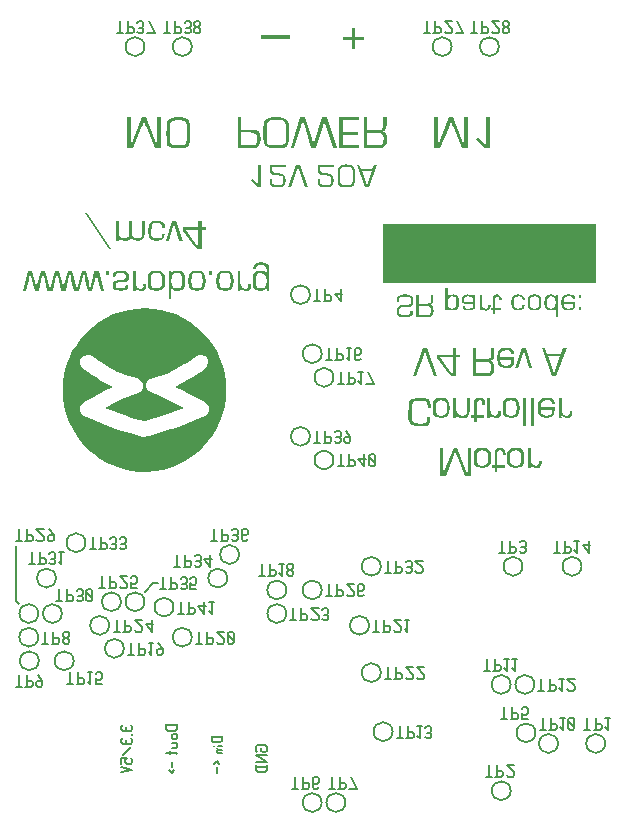
<source format=gbr>
G04 start of page 12 for group -4078 idx -4078 *
G04 Title: (unknown), bottomsilk *
G04 Creator: pcb 1.99z *
G04 CreationDate: Mon 27 May 2013 22:28:21 GMT UTC *
G04 For: rbarlow *
G04 Format: Gerber/RS-274X *
G04 PCB-Dimensions (mm): 70.00 90.00 *
G04 PCB-Coordinate-Origin: lower left *
%MOMM*%
%FSLAX43Y43*%
%LNBOTTOMSILK*%
%ADD177C,0.150*%
%ADD176C,0.200*%
%ADD175C,0.002*%
G54D175*G36*
X31659Y77622D02*Y77947D01*
X34085D01*
Y77622D01*
X31659D01*
G37*
G36*
X39389Y78603D02*X39653D01*
Y77831D01*
X40414D01*
Y77583D01*
X39653D01*
Y76811D01*
X39389D01*
Y77583D01*
X38622D01*
Y77831D01*
X39389D01*
Y78603D01*
G37*
G36*
X41096Y66603D02*X41245Y67000D01*
X41465D01*
X40765Y65120D01*
X40622D01*
Y65306D01*
X41035Y66443D01*
X40622D01*
Y66603D01*
X41096D01*
G37*
G36*
X40622Y65120D02*X40468D01*
X39778Y67000D01*
X39999D01*
X40148Y66603D01*
X40622D01*
Y66443D01*
X40208D01*
X40616Y65291D01*
X40622Y65306D01*
Y65120D01*
G37*
G36*
X38897Y65098D02*Y65280D01*
X39211Y65306D01*
X39360Y65385D01*
X39412Y65602D01*
X39431Y66057D01*
X39426Y66316D01*
X39412Y66517D01*
X39390Y66658D01*
X39360Y66740D01*
X39211Y66815D01*
X38897Y66840D01*
Y67022D01*
X39125Y67011D01*
X39307Y66977D01*
X39442Y66922D01*
X39531Y66845D01*
X39574Y66744D01*
X39608Y66579D01*
X39628Y66349D01*
X39635Y66057D01*
X39627Y65751D01*
X39606Y65514D01*
X39572Y65343D01*
X39525Y65241D01*
X39445Y65178D01*
X39314Y65134D01*
X39131Y65106D01*
X38897Y65098D01*
G37*
G36*
Y65098D02*X38483Y65132D01*
X38268Y65236D01*
X38219Y65334D01*
X38184Y65493D01*
X38164Y65712D01*
X38158Y65991D01*
X38164Y66312D01*
X38183Y66563D01*
X38216Y66740D01*
X38263Y66845D01*
X38351Y66922D01*
X38486Y66977D01*
X38668Y67011D01*
X38897Y67022D01*
Y66840D01*
X38580Y66815D01*
X38428Y66740D01*
X38378Y66517D01*
X38362Y66057D01*
X38378Y65602D01*
X38428Y65385D01*
X38580Y65306D01*
X38897Y65280D01*
Y65098D01*
G37*
G36*
X37811Y66818D02*X36664D01*
Y66757D01*
X36681Y66519D01*
X36730Y66399D01*
X36872Y66341D01*
X37160Y66300D01*
X37495Y66239D01*
X37689Y66145D01*
X37783Y65974D01*
X37816Y65693D01*
X37783Y65398D01*
X37684Y65219D01*
X37490Y65128D01*
X37171Y65098D01*
X36812Y65127D01*
X36598Y65214D01*
X36493Y65380D01*
X36460Y65660D01*
X36455Y65759D01*
X36664D01*
Y65616D01*
X36685Y65437D01*
X36752Y65340D01*
X36901Y65295D01*
X37177Y65280D01*
X37402Y65298D01*
X37530Y65351D01*
X37592Y65466D01*
X37612Y65666D01*
X37593Y65889D01*
X37540Y66007D01*
X37399Y66067D01*
X37122Y66112D01*
X36765Y66173D01*
X36570Y66256D01*
X36484Y66400D01*
X36455Y66647D01*
Y67000D01*
X37811D01*
Y66818D01*
G37*
G36*
X35380Y65120D02*X34889Y66542D01*
X34795Y66829D01*
X34790D01*
X34746Y66685D01*
X34696Y66536D01*
X34195Y65120D01*
X33963D01*
X34641Y67000D01*
X34944D01*
X35606Y65120D01*
X35380D01*
G37*
G36*
X33759Y66818D02*X32613D01*
Y66757D01*
X32629Y66519D01*
X32679Y66399D01*
X32821Y66341D01*
X33109Y66300D01*
X33444Y66239D01*
X33638Y66145D01*
X33732Y65974D01*
X33765Y65693D01*
X33732Y65398D01*
X33632Y65219D01*
X33438Y65128D01*
X33120Y65098D01*
X32760Y65127D01*
X32547Y65214D01*
X32442Y65380D01*
X32409Y65660D01*
X32403Y65759D01*
X32613D01*
Y65616D01*
X32633Y65437D01*
X32701Y65340D01*
X32850Y65295D01*
X33125Y65280D01*
X33350Y65298D01*
X33478Y65351D01*
X33540Y65466D01*
X33561Y65666D01*
X33542Y65889D01*
X33489Y66007D01*
X33347Y66067D01*
X33070Y66112D01*
X32713Y66173D01*
X32519Y66256D01*
X32432Y66400D01*
X32403Y66647D01*
Y67000D01*
X33759D01*
Y66818D01*
G37*
G36*
X38569Y68657D02*X39936D01*
Y68415D01*
X38277D01*
Y71000D01*
X39936D01*
Y70752D01*
X38569D01*
Y69787D01*
X39881D01*
Y69539D01*
X38569D01*
Y68657D01*
G37*
G36*
X38060Y68415D02*X37752D01*
X37184Y70267D01*
X37029Y70774D01*
X37024D01*
X36991Y70653D01*
X36958Y70526D01*
X36881Y70278D01*
X36335Y68415D01*
X35905D01*
X35354Y70272D01*
X35282Y70526D01*
X35243Y70647D01*
X35210Y70774D01*
X35205D01*
X35166Y70647D01*
X35128Y70526D01*
X35050Y70272D01*
X34494Y68415D01*
X34196D01*
X34990Y71000D01*
X35425D01*
X35982Y69142D01*
X36048Y68905D01*
X36114Y68674D01*
X36120D01*
X36153Y68790D01*
X36186Y68905D01*
X36258Y69137D01*
X36798Y71000D01*
X37244D01*
X38060Y68415D01*
G37*
G36*
X32957Y68387D02*X32957Y68387D01*
Y68635D01*
X32957Y68635D01*
X33393Y68664D01*
X33635Y68751D01*
X33741Y68944D01*
X33778Y69291D01*
Y69705D01*
X33772Y70066D01*
X33751Y70343D01*
X33718Y70537D01*
X33674Y70647D01*
X33591Y70705D01*
X33444Y70746D01*
X33233Y70771D01*
X32957Y70780D01*
X32957Y70779D01*
Y71027D01*
X32957Y71027D01*
X33295Y71014D01*
X33562Y70974D01*
X33758Y70906D01*
X33883Y70813D01*
X33959Y70658D01*
X34014Y70417D01*
X34047Y70088D01*
X34060Y69672D01*
X34047Y69284D01*
X34011Y68977D01*
X33954Y68750D01*
X33872Y68602D01*
X33746Y68507D01*
X33551Y68441D01*
X33288Y68400D01*
X32957Y68387D01*
G37*
G36*
X32957Y68387D02*X32665Y68398D01*
X32423Y68434D01*
X32232Y68492D01*
X32092Y68575D01*
X31990Y68689D01*
X31918Y68845D01*
X31874Y69042D01*
X31860Y69280D01*
X31855Y69523D01*
Y69705D01*
X31864Y70108D01*
X31898Y70428D01*
X31953Y70662D01*
X32031Y70813D01*
X32157Y70906D01*
X32353Y70974D01*
X32620Y71014D01*
X32957Y71027D01*
Y70779D01*
X32682Y70771D01*
X32471Y70746D01*
X32323Y70705D01*
X32241Y70647D01*
X32194Y70537D01*
X32161Y70343D01*
X32142Y70066D01*
X32136Y69705D01*
X32142Y69346D01*
X32161Y69072D01*
X32194Y68881D01*
X32241Y68773D01*
X32323Y68712D01*
X32471Y68670D01*
X32682Y68644D01*
X32957Y68635D01*
Y68387D01*
G37*
G36*
X30660Y69980D02*X30836D01*
X31219Y69940D01*
X31459Y69820D01*
X31583Y69586D01*
X31625Y69214D01*
X31583Y68826D01*
X31465Y68586D01*
X31235Y68458D01*
X30869Y68415D01*
X30660D01*
Y68657D01*
X30759D01*
X30869Y68663D01*
X31120Y68688D01*
X31261Y68762D01*
X31323Y68930D01*
X31344Y69236D01*
X31312Y69498D01*
X31222Y69644D01*
X31021Y69710D01*
X30665Y69732D01*
X30660D01*
Y69980D01*
G37*
G36*
X29684Y71000D02*X29977D01*
Y69980D01*
X30660D01*
Y69732D01*
X29977D01*
Y68657D01*
X30660D01*
Y68415D01*
X29684D01*
Y71000D01*
G37*
G36*
X24673Y68387D02*X24672Y68387D01*
Y68635D01*
X24673Y68635D01*
X24916Y68644D01*
X25104Y68671D01*
X25236Y68715D01*
X25312Y68778D01*
X25352Y68888D01*
X25381Y69079D01*
X25399Y69350D01*
X25406Y69705D01*
X25399Y70060D01*
X25381Y70336D01*
X25352Y70529D01*
X25312Y70642D01*
X25236Y70701D01*
X25104Y70745D01*
X24916Y70770D01*
X24673Y70780D01*
X24672Y70779D01*
Y71027D01*
X24673Y71027D01*
X24987Y71012D01*
X25236Y70967D01*
X25422Y70891D01*
X25543Y70785D01*
X25606Y70647D01*
X25650Y70421D01*
X25677Y70107D01*
X25687Y69705D01*
X25677Y69284D01*
X25650Y68958D01*
X25603Y68722D01*
X25538Y68580D01*
X25428Y68495D01*
X25246Y68435D01*
X24994Y68398D01*
X24673Y68387D01*
G37*
G36*
X24672Y68387D02*X24353Y68398D01*
X24103Y68434D01*
X23923Y68492D01*
X23812Y68575D01*
X23744Y68710D01*
X23695Y68927D01*
X23666Y69228D01*
X23658Y69611D01*
X23666Y70055D01*
X23691Y70398D01*
X23735Y70642D01*
X23796Y70785D01*
X23919Y70891D01*
X24106Y70967D01*
X24357Y71012D01*
X24672Y71027D01*
Y70779D01*
X24427Y70770D01*
X24238Y70745D01*
X24107Y70701D01*
X24033Y70642D01*
X23990Y70529D01*
X23961Y70336D01*
X23945Y70060D01*
X23939Y69705D01*
X23945Y69350D01*
X23961Y69079D01*
X23990Y68888D01*
X24033Y68778D01*
X24107Y68715D01*
X24238Y68671D01*
X24427Y68644D01*
X24672Y68635D01*
Y68387D01*
G37*
G36*
X23181Y68415D02*X22663D01*
X21980Y70090D01*
X21870Y70355D01*
X21814Y70493D01*
X21765Y70625D01*
X21754D01*
X21704Y70493D01*
X21649Y70355D01*
X21539Y70085D01*
X20844Y68415D01*
X20343D01*
Y71000D01*
X20635D01*
Y68790D01*
X20629Y68718D01*
Y68646D01*
X20635D01*
X20657Y68707D01*
X20684Y68768D01*
X20734Y68883D01*
X21616Y71000D01*
X21908D01*
X22790Y68861D01*
X22840Y68740D01*
X22862Y68680D01*
X22884Y68619D01*
X22889D01*
Y71000D01*
X23181D01*
Y68415D01*
G37*
G36*
X31637Y65120D02*X31328D01*
X30810Y65682D01*
X30943Y65809D01*
X31422Y65274D01*
Y67000D01*
X31637D01*
Y65120D01*
G37*
G36*
X23298Y61638D02*X23278Y61862D01*
X23222Y61985D01*
X23097Y62039D01*
X22874Y62057D01*
X22607Y62029D01*
X22461Y61946D01*
X22393Y61757D01*
X22373Y61423D01*
X22390Y61078D01*
X22450Y60882D01*
X22574Y60792D01*
X22797Y60761D01*
X23030Y60778D01*
X23172Y60827D01*
X23246Y60921D01*
X23271Y61081D01*
Y61125D01*
X23514D01*
X23476Y60852D01*
X23365Y60684D01*
X23154Y60593D01*
X22819Y60563D01*
X22474Y60607D01*
X22262Y60739D01*
X22153Y60990D01*
X22119Y61401D01*
X22153Y61835D01*
X22262Y62090D01*
X22478Y62214D01*
X22847Y62255D01*
X23150Y62222D01*
X23368Y62123D01*
X23497Y61957D01*
X23541Y61726D01*
Y61638D01*
X23298D01*
G37*
G36*
X19366Y60585D02*Y62233D01*
X19608D01*
Y61296D01*
X19639Y61062D01*
X19732Y60895D01*
X19886Y60794D01*
X20104Y60761D01*
X20263Y60780D01*
X20377Y60841D01*
X20445Y60940D01*
X20468Y61081D01*
Y62233D01*
X20711D01*
Y61279D01*
X20735Y61026D01*
X20810Y60872D01*
X20959Y60789D01*
X21201Y60761D01*
X21380Y60780D01*
X21493Y60838D01*
X21550Y60951D01*
X21570Y61136D01*
Y62233D01*
X21813D01*
Y61158D01*
X21776Y60898D01*
X21666Y60712D01*
X21484Y60600D01*
X21229Y60563D01*
X20879Y60632D01*
X20661Y60838D01*
X20656D01*
X20589Y60717D01*
X20483Y60632D01*
X20336Y60579D01*
X20148Y60563D01*
X19814Y60632D01*
X19608Y60838D01*
X19603Y60833D01*
X19608Y60585D01*
X19366D01*
G37*
G36*
X18995Y59879D02*X18802D01*
X16730Y62938D01*
X16928D01*
X18995Y59879D01*
G37*
G36*
X22800Y56330D02*X22800Y56330D01*
Y56528D01*
X22800Y56528D01*
X23057Y56554D01*
X23197Y56632D01*
X23253Y56821D01*
X23274Y57178D01*
X23253Y57531D01*
X23197Y57719D01*
X23057Y57797D01*
X22800Y57823D01*
X22800Y57823D01*
Y58022D01*
X22800Y58022D01*
X23174Y57983D01*
X23390Y57867D01*
X23492Y57615D01*
X23527Y57178D01*
X23492Y56739D01*
X23390Y56489D01*
X23174Y56369D01*
X22800Y56330D01*
G37*
G36*
X22800Y56330D02*X22421Y56369D01*
X22204Y56489D01*
X22105Y56739D01*
X22072Y57178D01*
X22105Y57615D01*
X22204Y57867D01*
X22421Y57983D01*
X22800Y58022D01*
Y57823D01*
X22539Y57797D01*
X22403Y57719D01*
X22344Y57531D01*
X22326Y57178D01*
X22344Y56821D01*
X22403Y56632D01*
X22539Y56554D01*
X22800Y56528D01*
Y56330D01*
G37*
G36*
X20439Y56781D02*Y56721D01*
X20398Y56548D01*
X20274Y56427D01*
X20070Y56353D01*
X19783Y56330D01*
X19442Y56353D01*
X19238Y56423D01*
X19138Y56560D01*
X19105Y56792D01*
X19147Y57035D01*
X19276Y57178D01*
X19541Y57244D01*
X19998Y57266D01*
X20174Y57332D01*
X20235Y57531D01*
X20210Y57678D01*
X20142Y57768D01*
X19995Y57810D01*
X19750Y57823D01*
X19546Y57810D01*
X19425Y57768D01*
X19363Y57687D01*
X19342Y57553D01*
X19337Y57476D01*
X19089D01*
Y57564D01*
X19126Y57787D01*
X19238Y57928D01*
X19452Y57998D01*
X19794Y58022D01*
X20129Y57997D01*
X20340Y57922D01*
X20452Y57775D01*
X20489Y57542D01*
X20460Y57345D01*
X20377Y57202D01*
X20236Y57111D01*
X20042Y57073D01*
X19794Y57057D01*
X19601Y57046D01*
X19415Y56974D01*
X19353Y56781D01*
X19370Y56646D01*
X19425Y56572D01*
X19548Y56539D01*
X19767Y56528D01*
X20001Y56539D01*
X20125Y56572D01*
X20177Y56644D01*
X20197Y56781D01*
X20439D01*
G37*
G36*
X18769Y57680D02*X18499D01*
Y58000D01*
X18769D01*
Y57680D01*
G37*
G36*
X20795Y56352D02*Y58000D01*
X21037D01*
Y57013D01*
X21062Y56795D01*
X21136Y56641D01*
X21263Y56547D01*
X21440Y56517D01*
X21645Y56580D01*
X21715Y56770D01*
X21710Y56853D01*
X21704Y56897D01*
X21941D01*
Y56781D01*
X21912Y56576D01*
X21827Y56430D01*
X21686Y56342D01*
X21489Y56313D01*
X21204Y56372D01*
X21015Y56550D01*
X21010Y56544D01*
X21037Y56352D01*
X20795D01*
G37*
G36*
X18373D02*X18114D01*
X17883Y57266D01*
X17811Y57548D01*
X17745Y57834D01*
X17740D01*
X17706Y57691D01*
X17673Y57553D01*
X17602Y57266D01*
X17381Y56352D01*
X17028D01*
X16802Y57266D01*
X16731Y57548D01*
X16665Y57834D01*
X16659D01*
X16626Y57691D01*
X16588Y57548D01*
X16516Y57266D01*
X16284Y56352D01*
X15846D01*
X15615Y57266D01*
X15543Y57548D01*
X15477Y57834D01*
X15471D01*
X15438Y57691D01*
X15405Y57553D01*
X15334Y57266D01*
X15113Y56352D01*
X14760D01*
X14534Y57266D01*
X14462Y57548D01*
X14396Y57834D01*
X14391D01*
X14358Y57691D01*
X14319Y57548D01*
X14248Y57266D01*
X14016Y56352D01*
X13578D01*
X13346Y57266D01*
X13275Y57548D01*
X13208Y57834D01*
X13203D01*
X13170Y57691D01*
X13137Y57553D01*
X13065Y57266D01*
X12845Y56352D01*
X12492D01*
X12266Y57266D01*
X12194Y57548D01*
X12128Y57834D01*
X12123D01*
X12090Y57691D01*
X12051Y57548D01*
X11979Y57266D01*
X11748Y56352D01*
X11494D01*
X11941Y58000D01*
X12305D01*
X12531Y57085D01*
X12597Y56803D01*
X12663Y56528D01*
X12668D01*
X12702Y56666D01*
X12729Y56803D01*
X12795Y57085D01*
X13016Y58000D01*
X13374D01*
X13799Y56486D01*
X14209Y58000D01*
X14573D01*
X14799Y57085D01*
X14865Y56803D01*
X14931Y56528D01*
X14937D01*
X14970Y56666D01*
X14997Y56803D01*
X15064Y57085D01*
X15284Y58000D01*
X15642D01*
X16067Y56486D01*
X16477Y58000D01*
X16841D01*
X17067Y57085D01*
X17133Y56803D01*
X17199Y56528D01*
X17205D01*
X17238Y56666D01*
X17265Y56803D01*
X17332Y57085D01*
X17552Y58000D01*
X17910D01*
X18373Y56352D01*
G37*
G36*
X22000Y41000D02*X21808Y41004D01*
Y43984D01*
X21893D01*
X21965Y44002D01*
X22000D01*
X22089Y44037D01*
X22251Y44073D01*
X22465Y44126D01*
X23012Y44288D01*
X23697Y44502D01*
X24466Y44751D01*
X25280Y45040D01*
X26103Y45369D01*
X26895Y45734D01*
X27043Y45827D01*
X27160Y45958D01*
X27238Y46115D01*
X27273Y46289D01*
X27255Y46463D01*
X27192Y46627D01*
X27087Y46769D01*
X26949Y46877D01*
X26253Y47273D01*
X25606Y47619D01*
X24989Y47929D01*
X24394Y48217D01*
X25007Y48513D01*
X25572Y48824D01*
X25865Y49004D01*
X26132Y49176D01*
X26370Y49336D01*
X26573Y49479D01*
X26740Y49599D01*
X26862Y49691D01*
X26939Y49749D01*
X26967Y49771D01*
X27130Y49963D01*
X27207Y50205D01*
X27192Y50459D01*
X27081Y50686D01*
X26883Y50843D01*
X26638Y50912D01*
X26385Y50890D01*
X26162Y50772D01*
X26137Y50752D01*
X26070Y50702D01*
X25961Y50622D01*
X25814Y50517D01*
X25632Y50390D01*
X25418Y50248D01*
X25177Y50094D01*
X24912Y49932D01*
X24325Y49604D01*
X23701Y49308D01*
X23078Y49078D01*
X22501Y48950D01*
X22302Y48884D01*
X22134Y48757D01*
X22014Y48586D01*
X21955Y48388D01*
X21966Y48180D01*
X22044Y47985D01*
X22178Y47826D01*
X22357Y47717D01*
X23081Y47428D01*
X23764Y47117D01*
X24430Y46778D01*
X25108Y46413D01*
X24183Y46048D01*
X23304Y45734D01*
X22650Y45530D01*
X22124Y45377D01*
X21922Y45316D01*
X21808Y45282D01*
Y54862D01*
X22481Y54826D01*
X23154Y54724D01*
X23812Y54557D01*
X24452Y54327D01*
X25066Y54038D01*
X25651Y53689D01*
X26198Y53287D01*
X26704Y52832D01*
X27158Y52326D01*
X27562Y51779D01*
X27910Y51195D01*
X28200Y50580D01*
X28430Y49939D01*
X28597Y49281D01*
X28699Y48610D01*
X28735Y47932D01*
X28702Y47263D01*
X28603Y46603D01*
X28443Y45956D01*
X28221Y45324D01*
X27941Y44718D01*
X27605Y44141D01*
X27215Y43599D01*
X26775Y43097D01*
X26286Y42641D01*
X25754Y42236D01*
X25188Y41885D01*
X24590Y41587D01*
X23965Y41348D01*
X23323Y41168D01*
X22666Y41051D01*
X22000Y41000D01*
G37*
G36*
X21808Y41004D02*X21307Y41015D01*
X20621Y41102D01*
X19946Y41255D01*
X19288Y41476D01*
X18656Y41758D01*
X18055Y42101D01*
X17490Y42501D01*
X16970Y42958D01*
X16499Y43465D01*
X16083Y44018D01*
X15723Y44611D01*
X15423Y45235D01*
X15186Y45885D01*
X15012Y46555D01*
X14906Y47240D01*
X14872Y47932D01*
X14906Y48610D01*
X15008Y49281D01*
X15175Y49939D01*
X15405Y50580D01*
X15696Y51195D01*
X16043Y51779D01*
X16447Y52326D01*
X16903Y52832D01*
X17407Y53287D01*
X17954Y53689D01*
X18539Y54038D01*
X19153Y54327D01*
X19793Y54557D01*
X20452Y54724D01*
X21124Y54826D01*
X21803Y54862D01*
X21808Y54862D01*
Y45282D01*
X21768Y45269D01*
X21635Y45308D01*
X21464Y45359D01*
X20939Y45510D01*
X20285Y45716D01*
X19406Y46038D01*
X18481Y46413D01*
X19174Y46790D01*
X19851Y47131D01*
X20530Y47428D01*
X21232Y47681D01*
X21423Y47777D01*
X21572Y47933D01*
X21664Y48127D01*
X21689Y48342D01*
X21634Y48549D01*
X21514Y48728D01*
X21344Y48862D01*
X21142Y48932D01*
X20814Y49001D01*
X20483Y49096D01*
X20154Y49212D01*
X19827Y49344D01*
X19509Y49490D01*
X19199Y49644D01*
X18904Y49803D01*
X18626Y49963D01*
X18368Y50119D01*
X18132Y50268D01*
X17926Y50404D01*
X17748Y50525D01*
X17604Y50627D01*
X17497Y50704D01*
X17431Y50754D01*
X17409Y50772D01*
X17184Y50890D01*
X16932Y50912D01*
X16687Y50843D01*
X16490Y50686D01*
X16378Y50459D01*
X16363Y50205D01*
X16440Y49963D01*
X16606Y49771D01*
X16655Y49730D01*
X16798Y49618D01*
X17027Y49449D01*
X17333Y49235D01*
X17708Y48993D01*
X18142Y48732D01*
X18628Y48469D01*
X19159Y48217D01*
X18570Y47927D01*
X17968Y47615D01*
X17334Y47266D01*
X16658Y46877D01*
X16524Y46770D01*
X16424Y46632D01*
X16360Y46474D01*
X16344Y46304D01*
X16371Y46135D01*
X16444Y45980D01*
X16553Y45848D01*
X16694Y45752D01*
X17485Y45382D01*
X18309Y45043D01*
X19124Y44742D01*
X19892Y44484D01*
X20574Y44277D01*
X21124Y44126D01*
X21335Y44064D01*
X21500Y44019D01*
X21624Y43984D01*
X21808D01*
Y41004D01*
G37*
G36*
X26632Y59879D02*X26219D01*
X25819Y60392D01*
Y60755D01*
X26362Y60050D01*
X26368D01*
Y61467D01*
X25819D01*
Y61693D01*
X26368D01*
Y62233D01*
X26632D01*
Y61693D01*
X26985D01*
Y61467D01*
X26632D01*
Y59879D01*
G37*
G36*
X25819Y60392D02*X25050Y61378D01*
Y61693D01*
X25819D01*
Y61467D01*
X25270D01*
X25819Y60755D01*
Y60392D01*
G37*
G36*
X25027Y60585D02*X24757D01*
X24476Y61483D01*
X24387Y61764D01*
X24349Y61908D01*
X24304Y62046D01*
X24299D01*
X24255Y61902D01*
X24211Y61764D01*
X24123Y61483D01*
X23831Y60585D01*
X23582D01*
X24128Y62233D01*
X24476D01*
X25027Y60585D01*
G37*
G36*
X27546Y57680D02*X27276D01*
Y58000D01*
X27546D01*
Y57680D01*
G37*
G36*
X29679Y56352D02*Y58000D01*
X29922D01*
Y57013D01*
X29946Y56795D01*
X30021Y56641D01*
X30148Y56547D01*
X30324Y56517D01*
X30529Y56580D01*
X30599Y56770D01*
X30594Y56853D01*
X30588Y56897D01*
X30825D01*
Y56781D01*
X30796Y56576D01*
X30711Y56430D01*
X30570Y56342D01*
X30373Y56313D01*
X30088Y56372D01*
X29899Y56550D01*
X29894Y56544D01*
X29922Y56352D01*
X29679D01*
G37*
G36*
X24542Y58014D02*X24586Y58022D01*
X24905Y57977D01*
X25109Y57845D01*
X25221Y57592D01*
X25258Y57195D01*
X25222Y56780D01*
X25120Y56517D01*
X24924Y56376D01*
X24619Y56330D01*
X24542Y56335D01*
Y56530D01*
X24558Y56528D01*
X24784Y56560D01*
X24916Y56655D01*
X24981Y56848D01*
X25005Y57184D01*
X24981Y57509D01*
X24916Y57702D01*
X24788Y57793D01*
X24569Y57823D01*
X24542Y57820D01*
Y58014D01*
G37*
G36*
X23831Y58000D02*X24073D01*
X24062Y57796D01*
X24068D01*
X24262Y57965D01*
X24542Y58014D01*
Y57820D01*
X24310Y57793D01*
X24167Y57702D01*
X24099Y57499D01*
X24078Y57134D01*
X24101Y56831D01*
X24172Y56649D01*
X24317Y56558D01*
X24542Y56530D01*
Y56335D01*
X24412Y56343D01*
X24254Y56389D01*
X24142Y56463D01*
X24078Y56566D01*
X24073Y56561D01*
Y55646D01*
X23831D01*
Y58000D01*
G37*
G36*
X32378Y56352D02*X32142D01*
X32152Y56577D01*
X32147D01*
X31950Y56391D01*
X31670Y56339D01*
Y56529D01*
X31898Y56558D01*
X32037Y56649D01*
X32106Y56828D01*
X32130Y57134D01*
X32106Y57486D01*
X32037Y57691D01*
X31898Y57790D01*
X31670Y57822D01*
Y58016D01*
X31796Y58006D01*
X31953Y57965D01*
X32066Y57895D01*
X32136Y57796D01*
X32142D01*
Y58126D01*
X32117Y58327D01*
X32042Y58452D01*
X31902Y58514D01*
X31673Y58534D01*
X31670Y58534D01*
Y58731D01*
X32004Y58697D01*
X32224Y58595D01*
X32339Y58405D01*
X32378Y58104D01*
Y56352D01*
G37*
G36*
X31670Y58534D02*X31454Y58518D01*
X31331Y58468D01*
X31272Y58368D01*
X31254Y58192D01*
X31023D01*
X31056Y58454D01*
X31155Y58617D01*
X31345Y58704D01*
X31656Y58733D01*
X31670Y58731D01*
Y58534D01*
G37*
G36*
Y56339D02*X31618Y56330D01*
X31295Y56375D01*
X31094Y56511D01*
X30989Y56770D01*
X30956Y57184D01*
X30989Y57589D01*
X31094Y57845D01*
X31287Y57977D01*
X31596Y58022D01*
X31670Y58016D01*
Y57822D01*
X31662Y57823D01*
X31428Y57793D01*
X31293Y57702D01*
X31231Y57509D01*
X31210Y57173D01*
X31231Y56841D01*
X31293Y56649D01*
X31428Y56558D01*
X31662Y56528D01*
X31670Y56529D01*
Y56339D01*
G37*
G36*
X28620Y56329D02*Y56528D01*
X28878Y56554D01*
X29018Y56632D01*
X29074Y56821D01*
X29094Y57178D01*
X29074Y57531D01*
X29018Y57719D01*
X28878Y57797D01*
X28620Y57823D01*
Y58022D01*
X28995Y57983D01*
X29210Y57867D01*
X29312Y57615D01*
X29348Y57178D01*
X29312Y56739D01*
X29210Y56489D01*
X28995Y56369D01*
X28620Y56329D01*
G37*
G36*
Y56330D02*X28242Y56369D01*
X28025Y56489D01*
X27926Y56739D01*
X27893Y57178D01*
X27926Y57615D01*
X28025Y57867D01*
X28242Y57983D01*
X28620Y58022D01*
Y57823D01*
X28360Y57797D01*
X28224Y57719D01*
X28164Y57531D01*
X28146Y57178D01*
X28164Y56821D01*
X28224Y56632D01*
X28360Y56554D01*
X28620Y56528D01*
Y56330D01*
G37*
G36*
X26246Y58022D02*X26621Y57983D01*
X26836Y57867D01*
X26938Y57615D01*
X26974Y57178D01*
X26938Y56739D01*
X26836Y56489D01*
X26621Y56369D01*
X26246Y56330D01*
Y56528D01*
X26504Y56554D01*
X26643Y56632D01*
X26700Y56821D01*
X26720Y57178D01*
X26700Y57531D01*
X26643Y57719D01*
X26504Y57797D01*
X26246Y57823D01*
Y58022D01*
G37*
G36*
X26246Y56330D02*X25867Y56369D01*
X25651Y56489D01*
X25552Y56739D01*
X25519Y57178D01*
X25552Y57615D01*
X25651Y57867D01*
X25867Y57983D01*
X26246Y58022D01*
X26246Y58022D01*
Y57823D01*
X26246Y57823D01*
X25986Y57797D01*
X25849Y57719D01*
X25790Y57531D01*
X25772Y57178D01*
X25790Y56821D01*
X25849Y56632D01*
X25986Y56554D01*
X26246Y56528D01*
X26246Y56528D01*
Y56330D01*
X26246Y56330D01*
G37*
G36*
X58766Y54682D02*X58557D01*
Y54936D01*
X58766D01*
Y54682D01*
G37*
G36*
Y55746D02*X58557D01*
Y56000D01*
X58766D01*
Y55746D01*
G37*
G36*
X57680Y55377D02*X58254D01*
Y55273D01*
X58225Y54962D01*
X58138Y54782D01*
X57963Y54691D01*
X57680Y54662D01*
Y54820D01*
X57681Y54820D01*
X57871Y54837D01*
X57984Y54886D01*
X58036Y54989D01*
X58055Y55162D01*
Y55228D01*
X57680D01*
Y55377D01*
G37*
G36*
X58055Y55603D02*Y55642D01*
X58036Y55755D01*
X57984Y55818D01*
X57876Y55847D01*
X57686Y55857D01*
X57680Y55856D01*
Y56021D01*
X57692Y56022D01*
X57956Y56002D01*
X58127Y55939D01*
X58221Y55825D01*
X58254Y55647D01*
Y55603D01*
X58055D01*
G37*
G36*
X57680Y55856D02*X57484Y55836D01*
X57372Y55774D01*
X57322Y55631D01*
X57306Y55377D01*
X57680D01*
Y55228D01*
X57306D01*
X57322Y55019D01*
X57377Y54898D01*
X57488Y54840D01*
X57680Y54820D01*
Y54662D01*
X57664Y54661D01*
X57381Y54695D01*
X57212Y54798D01*
X57128Y54997D01*
X57102Y55327D01*
X57128Y55680D01*
X57212Y55890D01*
X57390Y55989D01*
X57680Y56021D01*
Y55856D01*
G37*
G36*
X56804Y54120D02*X56611D01*
Y54848D01*
X56606D01*
X56461Y54707D01*
X56236Y54671D01*
Y54823D01*
X56411Y54845D01*
X56528Y54920D01*
X56585Y55064D01*
X56606Y55300D01*
X56586Y55591D01*
X56534Y55757D01*
X56420Y55832D01*
X56236Y55855D01*
Y56014D01*
X56461Y55974D01*
X56611Y55829D01*
X56617D01*
X56611Y56000D01*
X56804D01*
Y54120D01*
G37*
G36*
X56236Y54671D02*X56176Y54661D01*
X55931Y54698D01*
X55774Y54810D01*
X55689Y55009D01*
X55663Y55322D01*
X55689Y55661D01*
X55774Y55873D01*
X55935Y55985D01*
X56192Y56022D01*
X56236Y56014D01*
Y55855D01*
X56225Y55857D01*
X56041Y55832D01*
X55933Y55757D01*
X55884Y55596D01*
X55867Y55322D01*
X55884Y55070D01*
X55939Y54920D01*
X56043Y54845D01*
X56220Y54820D01*
X56236Y54823D01*
Y54671D01*
G37*
G36*
X53811Y55526D02*X53794Y55702D01*
X53750Y55802D01*
X53653Y55843D01*
X53475Y55857D01*
X53257Y55835D01*
X53139Y55769D01*
X53089Y55620D01*
X53072Y55350D01*
X53086Y55074D01*
X53133Y54920D01*
X53232Y54845D01*
X53414Y54820D01*
X53600Y54834D01*
X53712Y54876D01*
X53768Y54951D01*
X53789Y55080D01*
Y55112D01*
X53982D01*
X53953Y54895D01*
X53866Y54760D01*
X53697Y54685D01*
X53425Y54661D01*
X53151Y54697D01*
X52984Y54804D01*
X52897Y55005D01*
X52868Y55333D01*
X52894Y55682D01*
X52979Y55890D01*
X53154Y55989D01*
X53453Y56022D01*
X53693Y55994D01*
X53865Y55916D01*
X53968Y55784D01*
X54004Y55598D01*
Y55526D01*
X53811D01*
G37*
G36*
X54632Y49818D02*X54362D01*
X54081Y50717D01*
X53993Y50998D01*
X53954Y51141D01*
X53910Y51279D01*
X53905D01*
X53861Y51136D01*
X53817Y50998D01*
X53728Y50717D01*
X53436Y49818D01*
X53188D01*
X53734Y51466D01*
X54081D01*
X54632Y49818D01*
G37*
G36*
X52389Y50689D02*X53102D01*
Y50557D01*
X53066Y50169D01*
X52960Y49945D01*
X52740Y49833D01*
X52389Y49799D01*
Y49995D01*
X52626Y50015D01*
X52766Y50077D01*
X52831Y50203D01*
X52855Y50424D01*
Y50502D01*
X52389D01*
Y50689D01*
G37*
G36*
X52855Y50970D02*Y51020D01*
X52831Y51160D01*
X52766Y51240D01*
X52630Y51277D01*
X52392Y51290D01*
X52389Y51289D01*
Y51487D01*
X52403Y51488D01*
X52733Y51464D01*
X52949Y51389D01*
X53063Y51247D01*
X53102Y51031D01*
Y50970D01*
X52855D01*
G37*
G36*
X52389Y51289D02*X52138Y51264D01*
X52000Y51185D01*
X51938Y51006D01*
X51918Y50689D01*
X52389D01*
Y50502D01*
X51923D01*
X51944Y50238D01*
X52006Y50088D01*
X52144Y50018D01*
X52386Y49994D01*
X52389Y49995D01*
Y49799D01*
X52364Y49796D01*
X52017Y49839D01*
X51807Y49967D01*
X51699Y50214D01*
X51664Y50623D01*
X51697Y51065D01*
X51802Y51323D01*
X52022Y51447D01*
X52389Y51487D01*
Y51289D01*
G37*
G36*
X42000Y56999D02*Y62000D01*
X60000D01*
Y56999D01*
X42000D01*
G37*
G36*
X41350Y69953D02*X41617D01*
X41788Y69980D01*
X41909Y70066D01*
X41983Y70206D01*
X42008Y70405D01*
Y71000D01*
X42300D01*
Y70339D01*
X42274Y70132D01*
X42197Y69979D01*
X42070Y69880D01*
X41892Y69837D01*
Y69831D01*
X42109Y69767D01*
X42245Y69650D01*
X42314Y69452D01*
X42339Y69148D01*
X42295Y68805D01*
X42168Y68580D01*
X41934Y68456D01*
X41578Y68415D01*
X41350D01*
Y68657D01*
X41584D01*
X41824Y68685D01*
X41964Y68768D01*
X42033Y68934D01*
X42058Y69225D01*
X42026Y69458D01*
X41936Y69606D01*
X41761Y69680D01*
X41485Y69705D01*
X41350D01*
Y69953D01*
G37*
G36*
X40349Y71000D02*X40641D01*
Y69953D01*
X41350D01*
Y69705D01*
X40641D01*
Y68657D01*
X41350D01*
Y68415D01*
X40349D01*
Y71000D01*
G37*
G36*
X51015Y68415D02*X50596D01*
X49880Y69192D01*
X50067Y69363D01*
X50728Y68630D01*
Y71000D01*
X51015D01*
Y68415D01*
G37*
G36*
X49181D02*X48663D01*
X47979Y70090D01*
X47869Y70355D01*
X47814Y70493D01*
X47764Y70625D01*
X47753D01*
X47704Y70493D01*
X47648Y70355D01*
X47538Y70085D01*
X46844Y68415D01*
X46342D01*
Y71000D01*
X46634D01*
Y68790D01*
X46629Y68718D01*
Y68646D01*
X46634D01*
X46656Y68707D01*
X46684Y68768D01*
X46733Y68883D01*
X47616Y71000D01*
X47908D01*
X48790Y68861D01*
X48839Y68740D01*
X48861Y68680D01*
X48883Y68619D01*
X48889D01*
Y71000D01*
X49181D01*
Y68415D01*
G37*
G36*
X51981Y54682D02*X51474D01*
Y54363D01*
X51281D01*
Y54682D01*
X51094D01*
Y54842D01*
X51281D01*
Y55697D01*
X51304Y55839D01*
X51376Y55941D01*
X51495Y56002D01*
X51661Y56022D01*
X51821Y55997D01*
X51937Y55924D01*
X52007Y55802D01*
X52031Y55631D01*
Y55532D01*
X51849D01*
Y55603D01*
X51843Y55669D01*
X51798Y55810D01*
X51661Y55857D01*
X51519Y55804D01*
X51474Y55647D01*
Y54842D01*
X51981D01*
Y54682D01*
G37*
G36*
X50525Y50513D02*X50767D01*
X50923Y50538D01*
X51034Y50616D01*
X51102Y50744D01*
X51125Y50926D01*
Y51466D01*
X51390D01*
Y50865D01*
X51365Y50675D01*
X51295Y50536D01*
X51178Y50447D01*
X51015Y50408D01*
Y50402D01*
X51212Y50346D01*
X51335Y50243D01*
X51399Y50062D01*
X51423Y49785D01*
X51383Y49471D01*
X51269Y49267D01*
X51057Y49151D01*
X50734Y49112D01*
X50525D01*
Y49339D01*
X50734D01*
X50956Y49364D01*
X51087Y49438D01*
X51148Y49588D01*
X51169Y49851D01*
X51141Y50065D01*
X51059Y50198D01*
X50899Y50269D01*
X50646Y50292D01*
X50525D01*
Y50513D01*
G37*
G36*
X49615Y51466D02*X49880D01*
Y50513D01*
X50525D01*
Y50292D01*
X49880D01*
Y49339D01*
X50525D01*
Y49112D01*
X49615D01*
Y51466D01*
G37*
G36*
X48142Y49112D02*X47728D01*
X47329Y49625D01*
Y49988D01*
X47872Y49284D01*
X47877D01*
Y50700D01*
X47329D01*
Y50926D01*
X47877D01*
Y51466D01*
X48142D01*
Y50926D01*
X48495D01*
Y50700D01*
X48142D01*
Y49112D01*
G37*
G36*
X47329Y49625D02*X46560Y50612D01*
Y50926D01*
X47329D01*
Y50700D01*
X46780D01*
X47329Y49988D01*
Y49625D01*
G37*
G36*
X46280Y49112D02*X45663Y50893D01*
X45547Y51251D01*
X45536D01*
X45481Y51069D01*
X45420Y50893D01*
X44792Y49112D01*
X44511D01*
X45348Y51466D01*
X45729D01*
X46561Y49112D01*
X46280D01*
G37*
G36*
X50173Y54682D02*Y56000D01*
X50366D01*
Y55212D01*
X50385Y55035D01*
X50446Y54910D01*
X50548Y54834D01*
X50691Y54810D01*
X50855Y54860D01*
X50912Y55013D01*
X50906Y55085D01*
X50901Y55118D01*
X51094D01*
Y55024D01*
X51070Y54860D01*
X51002Y54743D01*
X50888Y54673D01*
X50730Y54650D01*
X50502Y54697D01*
X50355Y54837D01*
X50350Y54831D01*
X50366Y54682D01*
X50173D01*
G37*
G36*
X49244Y54817D02*X49275Y54815D01*
X49446Y54831D01*
X49544Y54881D01*
X49589Y54987D01*
X49605Y55173D01*
Y55333D01*
X49600D01*
X49464Y55230D01*
X49244Y55202D01*
Y55351D01*
X49418Y55364D01*
X49534Y55405D01*
X49596Y55481D01*
X49616Y55609D01*
X49590Y55716D01*
X49513Y55795D01*
X49386Y55840D01*
X49244Y55853D01*
Y56011D01*
X49448Y55981D01*
X49616Y55857D01*
X49622D01*
X49605Y56000D01*
X49798D01*
Y55129D01*
X49769Y54902D01*
X49682Y54760D01*
X49513Y54685D01*
X49244Y54661D01*
Y54817D01*
G37*
G36*
Y55202D02*X49186Y55195D01*
X48937Y55219D01*
X48779Y55289D01*
X48694Y55416D01*
X48668Y55620D01*
X48699Y55795D01*
X48792Y55922D01*
X48949Y55996D01*
X49170Y56022D01*
X49244Y56011D01*
Y55853D01*
X49208Y55857D01*
X49038Y55844D01*
X48938Y55807D01*
X48889Y55730D01*
X48872Y55598D01*
X48889Y55471D01*
X48938Y55399D01*
X49043Y55362D01*
X49231Y55350D01*
X49244Y55351D01*
Y55202D01*
G37*
G36*
X48916Y55052D02*Y55013D01*
X48938Y54927D01*
X49004Y54865D01*
X49116Y54827D01*
X49244Y54817D01*
Y54661D01*
X49236Y54661D01*
X48981Y54681D01*
X48828Y54743D01*
X48754Y54859D01*
X48729Y55052D01*
X48916D01*
G37*
G36*
X47841Y56011D02*X47908Y56022D01*
X48145Y55986D01*
X48299Y55879D01*
X48386Y55675D01*
X48415Y55361D01*
X48386Y55022D01*
X48304Y54810D01*
X48147Y54698D01*
X47902Y54661D01*
X47841Y54671D01*
Y54821D01*
X47847Y54820D01*
X48037Y54845D01*
X48145Y54920D01*
X48194Y55078D01*
X48211Y55355D01*
X48191Y55611D01*
X48139Y55763D01*
X48033Y55833D01*
X47852Y55857D01*
X47841Y55855D01*
Y56011D01*
G37*
G36*
X47279Y54682D02*Y56568D01*
X47472D01*
Y55846D01*
X47478D01*
X47636Y55978D01*
X47841Y56011D01*
Y55855D01*
X47662Y55832D01*
X47549Y55757D01*
X47490Y55606D01*
X47472Y55350D01*
X47489Y55081D01*
X47544Y54925D01*
X47654Y54847D01*
X47841Y54821D01*
Y54671D01*
X47624Y54709D01*
X47467Y54854D01*
X47461Y54848D01*
X47472Y54682D01*
X47279D01*
G37*
G36*
X45551Y55239D02*X45747D01*
X45871Y55259D01*
X45960Y55321D01*
X46014Y55421D01*
X46034Y55565D01*
Y56000D01*
X46243D01*
Y55520D01*
X46224Y55369D01*
X46169Y55259D01*
X46075Y55187D01*
X45945Y55157D01*
Y55151D01*
X46105Y55102D01*
X46204Y55019D01*
X46254Y54876D01*
X46270Y54655D01*
X46237Y54403D01*
X46144Y54242D01*
X45976Y54151D01*
X45719Y54120D01*
X45551D01*
Y54297D01*
X45725D01*
X45900Y54316D01*
X46000Y54374D01*
X46050Y54495D01*
X46066Y54705D01*
X46043Y54877D01*
X45978Y54986D01*
X45850Y55040D01*
X45648Y55057D01*
X45551D01*
Y55239D01*
G37*
G36*
X44826Y56000D02*X45036D01*
Y55239D01*
X45551D01*
Y55057D01*
X45036D01*
Y54297D01*
X45551D01*
Y54120D01*
X44826D01*
Y56000D01*
G37*
G36*
X44534Y54627D02*X44501Y54355D01*
X44402Y54198D01*
X44201Y54123D01*
X43856Y54098D01*
X43506Y54126D01*
X43299Y54209D01*
X43195Y54367D01*
X43162Y54633D01*
X43190Y54837D01*
X43279Y54989D01*
X43428Y55085D01*
X43636Y55129D01*
X43845Y55140D01*
X44066Y55151D01*
X44214Y55174D01*
X44303Y55223D01*
X44347Y55307D01*
X44363Y55449D01*
X44343Y55666D01*
X44281Y55780D01*
X44125Y55825D01*
X43828Y55840D01*
X43572Y55825D01*
X43437Y55780D01*
X43378Y55671D01*
X43360Y55465D01*
Y55416D01*
X43145D01*
X43151Y55504D01*
X43184Y55762D01*
X43283Y55918D01*
X43483Y55996D01*
X43823Y56022D01*
X44208Y55996D01*
X44430Y55918D01*
X44531Y55752D01*
X44567Y55465D01*
X44536Y55204D01*
X44446Y55057D01*
X44248Y54982D01*
X43889Y54942D01*
X43588Y54917D01*
X43437Y54876D01*
X43378Y54782D01*
X43360Y54600D01*
X43382Y54433D01*
X43454Y54341D01*
X43611Y54295D01*
X43889Y54280D01*
X44116Y54295D01*
X44242Y54341D01*
X44298Y54443D01*
X44319Y54627D01*
X44534D01*
G37*
G36*
X54820Y56022D02*X55117Y55990D01*
X55288Y55895D01*
X55370Y55690D01*
X55398Y55339D01*
X55370Y54989D01*
X55288Y54787D01*
X55117Y54692D01*
X54820Y54661D01*
Y54820D01*
X55024Y54842D01*
X55134Y54909D01*
X55184Y55057D01*
X55200Y55339D01*
X55184Y55624D01*
X55134Y55774D01*
X55024Y55836D01*
X54820Y55857D01*
Y56022D01*
G37*
G36*
X54820Y54661D02*X54518Y54692D01*
X54346Y54787D01*
X54262Y54989D01*
X54235Y55339D01*
X54262Y55690D01*
X54346Y55895D01*
X54518Y55990D01*
X54820Y56022D01*
X54820Y56022D01*
Y55857D01*
X54820Y55857D01*
X54609Y55836D01*
X54500Y55774D01*
X54453Y55624D01*
X54439Y55339D01*
X54453Y55057D01*
X54500Y54909D01*
X54609Y54842D01*
X54820Y54820D01*
X54820Y54820D01*
Y54661D01*
X54820Y54661D01*
G37*
G36*
X54280Y41351D02*Y43000D01*
X54522D01*
Y42013D01*
X54547Y41795D01*
X54622Y41641D01*
X54748Y41547D01*
X54924Y41517D01*
X55130Y41580D01*
X55200Y41770D01*
X55195Y41853D01*
X55189Y41897D01*
X55426D01*
Y41781D01*
X55397Y41576D01*
X55312Y41430D01*
X55171Y41342D01*
X54974Y41313D01*
X54689Y41372D01*
X54500Y41550D01*
X54495Y41544D01*
X54522Y41351D01*
X54280D01*
G37*
G36*
X57078Y50970D02*X57260Y51466D01*
X57536D01*
X56659Y49112D01*
X56483D01*
Y49348D01*
X57001Y50766D01*
X56483D01*
Y50970D01*
X57078D01*
G37*
G36*
X56483Y49112D02*X56285D01*
X55425Y51466D01*
X55706D01*
X55888Y50970D01*
X56483D01*
Y50766D01*
X55965D01*
X56478Y49333D01*
X56483Y49348D01*
Y49112D01*
G37*
G36*
X56878Y45585D02*Y47233D01*
X57121D01*
Y46246D01*
X57146Y46028D01*
X57220Y45874D01*
X57347Y45781D01*
X57524Y45750D01*
X57729Y45814D01*
X57799Y46004D01*
X57794Y46086D01*
X57788Y46131D01*
X58025D01*
Y46015D01*
X57996Y45810D01*
X57911Y45664D01*
X57770Y45575D01*
X57573Y45546D01*
X57288Y45606D01*
X57099Y45783D01*
X57094Y45778D01*
X57121Y45585D01*
X56878D01*
G37*
G36*
X55833Y46456D02*X56546D01*
Y46323D01*
X56510Y45936D01*
X56403Y45712D01*
X56184Y45600D01*
X55833Y45565D01*
Y45762D01*
X56070Y45782D01*
X56210Y45844D01*
X56275Y45969D01*
X56298Y46191D01*
Y46268D01*
X55833D01*
Y46456D01*
G37*
G36*
X56298Y46737D02*Y46786D01*
X56275Y46927D01*
X56210Y47007D01*
X56074Y47044D01*
X55835Y47057D01*
X55833Y47056D01*
Y47253D01*
X55846Y47255D01*
X56177Y47230D01*
X56392Y47156D01*
X56507Y47014D01*
X56546Y46798D01*
Y46737D01*
X56298D01*
G37*
G36*
X55833Y47056D02*X55582Y47030D01*
X55444Y46952D01*
X55382Y46773D01*
X55362Y46456D01*
X55833D01*
Y46268D01*
X55367D01*
X55388Y46005D01*
X55450Y45855D01*
X55587Y45785D01*
X55830Y45761D01*
X55833Y45762D01*
Y45565D01*
X55808Y45563D01*
X55461Y45606D01*
X55251Y45734D01*
X55142Y45980D01*
X55108Y46390D01*
X55141Y46832D01*
X55246Y47090D01*
X55466Y47214D01*
X55833Y47253D01*
Y47056D01*
G37*
G36*
X54752Y44879D02*X54510D01*
Y47233D01*
X54752D01*
Y44879D01*
G37*
G36*
X54112D02*X53869D01*
Y47233D01*
X54112D01*
Y44879D01*
G37*
G36*
X52838Y47255D02*X53213Y47216D01*
X53428Y47101D01*
X53530Y46848D01*
X53566Y46412D01*
X53530Y45972D01*
X53428Y45723D01*
X53213Y45603D01*
X52838Y45563D01*
Y45761D01*
X53096Y45787D01*
X53235Y45866D01*
X53292Y46055D01*
X53312Y46412D01*
X53292Y46764D01*
X53235Y46952D01*
X53096Y47030D01*
X52838Y47057D01*
Y47255D01*
G37*
G36*
X52838Y45563D02*X52459Y45603D01*
X52243Y45723D01*
X52144Y45972D01*
X52111Y46412D01*
X52144Y46848D01*
X52243Y47101D01*
X52459Y47216D01*
X52838Y47255D01*
X52838Y47255D01*
Y47057D01*
X52838Y47057D01*
X52578Y47030D01*
X52441Y46952D01*
X52382Y46764D01*
X52364Y46412D01*
X52382Y46055D01*
X52441Y45866D01*
X52578Y45787D01*
X52838Y45761D01*
X52838Y45761D01*
Y45563D01*
X52838Y45563D01*
G37*
G36*
X50578Y45585D02*X49944D01*
Y45188D01*
X49702D01*
Y45585D01*
X49476D01*
Y45783D01*
X49702D01*
Y46853D01*
X49731Y47028D01*
X49822Y47154D01*
X49970Y47229D01*
X50181Y47255D01*
X50381Y47225D01*
X50523Y47134D01*
X50610Y46982D01*
X50639Y46770D01*
Y46649D01*
X50418D01*
X50413Y46742D01*
Y46819D01*
X50352Y46997D01*
X50176Y47057D01*
X50002Y46990D01*
X49944Y46792D01*
Y45783D01*
X50578D01*
Y45585D01*
G37*
G36*
X47954D02*Y47233D01*
X48197D01*
Y46241D01*
X48227Y46030D01*
X48322Y45881D01*
X48481Y45790D01*
X48704Y45761D01*
X48898Y45781D01*
X49018Y45838D01*
X49080Y45944D01*
X49101Y46119D01*
Y47233D01*
X49338D01*
Y46164D01*
X49305Y45869D01*
X49211Y45690D01*
X49031Y45594D01*
X48737Y45563D01*
X48539Y45578D01*
X48382Y45626D01*
X48266Y45705D01*
X48191Y45816D01*
X48180Y45811D01*
X48191Y45585D01*
X47954D01*
G37*
G36*
X46925Y45563D02*X46925Y45563D01*
Y45761D01*
X46925Y45761D01*
X47183Y45787D01*
X47322Y45866D01*
X47378Y46055D01*
X47399Y46412D01*
X47378Y46764D01*
X47322Y46952D01*
X47183Y47030D01*
X46925Y47057D01*
X46925Y47057D01*
Y47255D01*
X46925Y47255D01*
X47300Y47216D01*
X47515Y47101D01*
X47617Y46848D01*
X47653Y46412D01*
X47617Y45972D01*
X47515Y45723D01*
X47300Y45603D01*
X46925Y45563D01*
G37*
G36*
X46925Y45563D02*X46546Y45603D01*
X46330Y45723D01*
X46231Y45972D01*
X46198Y46412D01*
X46231Y46848D01*
X46330Y47101D01*
X46546Y47216D01*
X46925Y47255D01*
Y47057D01*
X46665Y47030D01*
X46528Y46952D01*
X46469Y46764D01*
X46451Y46412D01*
X46469Y46055D01*
X46528Y45866D01*
X46665Y45787D01*
X46925Y45761D01*
Y45563D01*
G37*
G36*
X45772Y46445D02*X45777Y46588D01*
X45748Y46831D01*
X45661Y46963D01*
X45456Y47016D01*
X45077Y47035D01*
X44854Y47023D01*
X44684Y46992D01*
X44565Y46938D01*
X44498Y46864D01*
X44461Y46727D01*
X44436Y46488D01*
X44420Y46144D01*
X44416Y45701D01*
X44444Y45355D01*
X44537Y45177D01*
X44774Y45107D01*
X45237Y45083D01*
X45499Y45104D01*
X45650Y45166D01*
X45719Y45295D01*
X45744Y45530D01*
Y45601D01*
X46009D01*
Y45535D01*
X45967Y45203D01*
X45849Y45000D01*
X45619Y44893D01*
X45242Y44857D01*
X44941Y44865D01*
X44697Y44893D01*
X44511Y44937D01*
X44382Y45000D01*
X44243Y45136D01*
X44173Y45287D01*
X44148Y45556D01*
X44140Y46053D01*
X44150Y46409D01*
X44178Y46693D01*
X44228Y46905D01*
X44300Y47046D01*
X44406Y47136D01*
X44566Y47203D01*
X44781Y47241D01*
X45049Y47255D01*
X45348Y47247D01*
X45584Y47226D01*
X45758Y47189D01*
X45871Y47139D01*
X45995Y46928D01*
X46036Y46538D01*
Y46445D01*
X45772D01*
G37*
G36*
X50833Y45585D02*Y47233D01*
X51076D01*
Y46246D01*
X51101Y46028D01*
X51175Y45874D01*
X51302Y45781D01*
X51478Y45750D01*
X51684Y45814D01*
X51754Y46004D01*
X51748Y46086D01*
X51743Y46131D01*
X51980D01*
Y46015D01*
X51951Y45810D01*
X51866Y45664D01*
X51725Y45575D01*
X51528Y45546D01*
X51242Y45606D01*
X51054Y45783D01*
X51048Y45778D01*
X51076Y45585D01*
X50833D01*
G37*
G36*
X53223Y41330D02*X53223Y41330D01*
Y41528D01*
X53223Y41528D01*
X53480Y41554D01*
X53619Y41632D01*
X53676Y41821D01*
X53697Y42178D01*
X53676Y42531D01*
X53619Y42718D01*
X53480Y42797D01*
X53223Y42823D01*
X53223Y42823D01*
Y43022D01*
X53223Y43022D01*
X53598Y42983D01*
X53812Y42867D01*
X53914Y42615D01*
X53950Y42178D01*
X53914Y41739D01*
X53812Y41489D01*
X53598Y41369D01*
X53223Y41330D01*
G37*
G36*
X53223Y41330D02*X52844Y41369D01*
X52628Y41489D01*
X52528Y41739D01*
X52495Y42178D01*
X52528Y42615D01*
X52628Y42867D01*
X52844Y42983D01*
X53223Y43022D01*
Y42823D01*
X52962Y42797D01*
X52826Y42718D01*
X52766Y42531D01*
X52748Y42178D01*
X52766Y41821D01*
X52826Y41632D01*
X52962Y41554D01*
X53223Y41528D01*
Y41330D01*
G37*
G36*
X52310Y41351D02*X51676D01*
Y40955D01*
X51434D01*
Y41351D01*
X51208D01*
Y41550D01*
X51434D01*
Y42619D01*
X51463Y42794D01*
X51554Y42921D01*
X51703Y42996D01*
X51914Y43022D01*
X52114Y42991D01*
X52255Y42900D01*
X52342Y42749D01*
X52371Y42537D01*
Y42415D01*
X52151D01*
X52145Y42509D01*
Y42586D01*
X52084Y42764D01*
X51908Y42823D01*
X51734Y42757D01*
X51676Y42559D01*
Y41550D01*
X52310D01*
Y41351D01*
G37*
G36*
X50405Y43022D02*X50779Y42983D01*
X50995Y42867D01*
X51096Y42615D01*
X51132Y42178D01*
X51096Y41739D01*
X50995Y41489D01*
X50779Y41369D01*
X50405Y41330D01*
Y41528D01*
X50662Y41554D01*
X50802Y41632D01*
X50858Y41821D01*
X50879Y42178D01*
X50858Y42531D01*
X50802Y42718D01*
X50662Y42797D01*
X50405Y42823D01*
Y43022D01*
G37*
G36*
X50405Y41330D02*X50026Y41369D01*
X49809Y41489D01*
X49710Y41739D01*
X49677Y42178D01*
X49710Y42615D01*
X49809Y42867D01*
X50026Y42983D01*
X50405Y43022D01*
X50405Y43022D01*
Y42823D01*
X50405Y42823D01*
X50144Y42797D01*
X50008Y42718D01*
X49948Y42531D01*
X49931Y42178D01*
X49948Y41821D01*
X50008Y41632D01*
X50144Y41554D01*
X50405Y41528D01*
X50405Y41528D01*
Y41330D01*
X50405Y41330D01*
G37*
G36*
X49414Y40646D02*X48945D01*
X48322Y42173D01*
X48223Y42415D01*
X48174Y42537D01*
X48124Y42658D01*
X48118D01*
X48019Y42415D01*
X47920Y42167D01*
X47292Y40646D01*
X46834D01*
Y43000D01*
X47099D01*
Y40988D01*
X47093Y40921D01*
Y40861D01*
X47099D01*
X47121Y40916D01*
X47143Y40971D01*
X47187Y41076D01*
X47992Y43000D01*
X48256D01*
X49056Y41054D01*
X49105Y40944D01*
X49122Y40888D01*
X49144Y40833D01*
X49149D01*
Y43000D01*
X49414D01*
Y40646D01*
G37*
G54D176*X10950Y34750D02*Y30050D01*
X11200Y29800D01*
X22900Y31550D02*X22550D01*
X21800Y30800D01*
G54D177*X19943Y19550D02*X19829Y19436D01*
Y19207D02*Y19436D01*
Y19207D02*X19943Y19093D01*
X20743Y19207D02*X20629Y19093D01*
X20743Y19207D02*Y19436D01*
X20629Y19550D02*X20743Y19436D01*
X20240Y19207D02*Y19436D01*
X19943Y19093D02*X20126D01*
X20354D02*X20629D01*
X20354D02*X20240Y19207D01*
X20126Y19093D02*X20240Y19207D01*
X20743Y18704D02*Y18818D01*
X19943Y18430D02*X19829Y18316D01*
Y18087D02*Y18316D01*
Y18087D02*X19943Y17973D01*
X20743Y18087D02*X20629Y17973D01*
X20743Y18087D02*Y18316D01*
X20629Y18430D02*X20743Y18316D01*
X20240Y18087D02*Y18316D01*
X19943Y17973D02*X20126D01*
X20354D02*X20629D01*
X20354D02*X20240Y18087D01*
X20126Y17973D02*X20240Y18087D01*
X20629Y17698D02*X19943Y17013D01*
X19829Y16281D02*Y16738D01*
X20286D01*
X20172Y16624D01*
Y16395D02*Y16624D01*
Y16395D02*X20286Y16281D01*
X20629D01*
X20743Y16395D02*X20629Y16281D01*
X20743Y16395D02*Y16624D01*
X20629Y16738D02*X20743Y16624D01*
X19829Y16007D02*X20743Y15778D01*
X19829Y15549D01*
X23629Y19536D02*X24543D01*
X23629Y19239D02*X23789Y19078D01*
X24383D01*
X24543Y19239D02*X24383Y19078D01*
X24543Y19239D02*Y19650D01*
X23629Y19239D02*Y19650D01*
X24200Y18804D02*X24429D01*
X24200D02*X24086Y18690D01*
Y18461D02*Y18690D01*
Y18461D02*X24200Y18347D01*
X24429D01*
X24543Y18461D02*X24429Y18347D01*
X24543Y18461D02*Y18690D01*
X24429Y18804D02*X24543Y18690D01*
X24086Y18073D02*X24429D01*
X24543Y17958D01*
Y17730D02*Y17958D01*
Y17730D02*X24429Y17615D01*
X24086D02*X24429D01*
X23629Y17227D02*X24429D01*
X24543Y17113D01*
X23972D02*Y17341D01*
X24086Y16015D02*Y16472D01*
X23857Y15741D02*X24086Y15512D01*
X24314Y15741D02*X24086Y15512D01*
X27474Y18538D02*X28368D01*
X27474Y18248D02*X27630Y18091D01*
X28211D01*
X28368Y18248D02*X28211Y18091D01*
X28368Y18248D02*Y18650D01*
X27474Y18248D02*Y18650D01*
X27697Y17823D02*X27719D01*
X28032D02*X28368D01*
X28032Y17488D02*X28368D01*
X28032D02*X27921Y17376D01*
Y17264D02*Y17376D01*
Y17264D02*X28032Y17152D01*
X28368D01*
X27921Y17599D02*X28032Y17488D01*
X27921Y16482D02*X27697Y16258D01*
X27921Y16482D02*X28144Y16258D01*
X27921Y15543D02*Y15990D01*
X31229Y17393D02*X31343Y17278D01*
X31229Y17393D02*Y17736D01*
X31343Y17850D02*X31229Y17736D01*
X31343Y17850D02*X32029D01*
X32143Y17736D01*
Y17393D02*Y17736D01*
Y17393D02*X32029Y17278D01*
X31800D02*X32029D01*
X31686Y17393D02*X31800Y17278D01*
X31686Y17393D02*Y17621D01*
X31229Y17004D02*X32143D01*
X31229D02*X32143Y16433D01*
X31229D02*X32143D01*
X31229Y16044D02*X32143D01*
X31229Y15747D02*X31389Y15587D01*
X31983D01*
X32143Y15747D02*X31983Y15587D01*
X32143Y15747D02*Y16158D01*
X31229Y15747D02*Y16158D01*
G54D176*X34200Y44000D02*G75*G03X34200Y44000I800J0D01*G01*
X36200Y42000D02*G75*G03X36200Y42000I800J0D01*G01*
X28200Y34000D02*G75*G03X28200Y34000I800J0D01*G01*
X27200Y32000D02*G75*G03X27200Y32000I800J0D01*G01*
X15200Y35000D02*G75*G03X15200Y35000I800J0D01*G01*
X12700Y32000D02*G75*G03X12700Y32000I800J0D01*G01*
X13200Y29000D02*G75*G03X13200Y29000I800J0D01*G01*
X11200D02*G75*G03X11200Y29000I800J0D01*G01*
X22650Y29550D02*G75*G03X22650Y29550I800J0D01*G01*
X24200Y77000D02*G75*G03X24200Y77000I800J0D01*G01*
X20200D02*G75*G03X20200Y77000I800J0D01*G01*
X50200D02*G75*G03X50200Y77000I800J0D01*G01*
X46200D02*G75*G03X46200Y77000I800J0D01*G01*
X34200Y56000D02*G75*G03X34200Y56000I800J0D01*G01*
X35200Y51000D02*G75*G03X35200Y51000I800J0D01*G01*
X36200Y49000D02*G75*G03X36200Y49000I800J0D01*G01*
X35200Y31000D02*G75*G03X35200Y31000I800J0D01*G01*
X32200D02*G75*G03X32200Y31000I800J0D01*G01*
X24200Y27000D02*G75*G03X24200Y27000I800J0D01*G01*
X32200Y29000D02*G75*G03X32200Y29000I800J0D01*G01*
X14200Y25000D02*G75*G03X14200Y25000I800J0D01*G01*
X20200Y30000D02*G75*G03X20200Y30000I800J0D01*G01*
X11200Y27000D02*G75*G03X11200Y27000I800J0D01*G01*
X18200Y30000D02*G75*G03X18200Y30000I800J0D01*G01*
X17200Y28000D02*G75*G03X17200Y28000I800J0D01*G01*
X18450Y26050D02*G75*G03X18450Y26050I800J0D01*G01*
X11250Y25000D02*G75*G03X11250Y25000I800J0D01*G01*
X37200Y13000D02*G75*G03X37200Y13000I800J0D01*G01*
X35200D02*G75*G03X35200Y13000I800J0D01*G01*
X53300Y18900D02*G75*G03X53300Y18900I800J0D01*G01*
X55200Y18000D02*G75*G03X55200Y18000I800J0D01*G01*
X59200D02*G75*G03X59200Y18000I800J0D01*G01*
X51200Y14000D02*G75*G03X51200Y14000I800J0D01*G01*
X53200Y23000D02*G75*G03X53200Y23000I800J0D01*G01*
X51200D02*G75*G03X51200Y23000I800J0D01*G01*
X57200Y33000D02*G75*G03X57200Y33000I800J0D01*G01*
X52200D02*G75*G03X52200Y33000I800J0D01*G01*
X40200Y24000D02*G75*G03X40200Y24000I800J0D01*G01*
X41200Y19000D02*G75*G03X41200Y19000I800J0D01*G01*
X40200Y33000D02*G75*G03X40200Y33000I800J0D01*G01*
X39200Y28000D02*G75*G03X39200Y28000I800J0D01*G01*
G54D177*X36150Y55454D02*X36658D01*
X36404D02*Y56470D01*
X37090Y55454D02*Y56470D01*
X36963Y55454D02*X37471D01*
X37598Y55581D01*
Y55835D01*
X37471Y55962D02*X37598Y55835D01*
X37090Y55962D02*X37471D01*
X37903Y56089D02*X38411Y55454D01*
X37903Y56089D02*X38538D01*
X38411Y55454D02*Y56470D01*
X38150Y48454D02*X38658D01*
X38404D02*Y49470D01*
X39090Y48454D02*Y49470D01*
X38963Y48454D02*X39471D01*
X39598Y48581D01*
Y48835D01*
X39471Y48962D02*X39598Y48835D01*
X39090Y48962D02*X39471D01*
X39903Y48657D02*X40106Y48454D01*
Y49470D01*
X39903D02*X40284D01*
X40715D02*X41223Y48454D01*
X40588D02*X41223D01*
X37150Y50454D02*X37658D01*
X37404D02*Y51470D01*
X38090Y50454D02*Y51470D01*
X37963Y50454D02*X38471D01*
X38598Y50581D01*
Y50835D01*
X38471Y50962D02*X38598Y50835D01*
X38090Y50962D02*X38471D01*
X38903Y50657D02*X39106Y50454D01*
Y51470D01*
X38903D02*X39284D01*
X39969Y50454D02*X40096Y50581D01*
X39715Y50454D02*X39969D01*
X39588Y50581D02*X39715Y50454D01*
X39588Y50581D02*Y51343D01*
X39715Y51470D01*
X39969Y50911D02*X40096Y51038D01*
X39588Y50911D02*X39969D01*
X39715Y51470D02*X39969D01*
X40096Y51343D01*
Y51038D02*Y51343D01*
X36150Y43454D02*X36658D01*
X36404D02*Y44470D01*
X37090Y43454D02*Y44470D01*
X36963Y43454D02*X37471D01*
X37598Y43581D01*
Y43835D01*
X37471Y43962D02*X37598Y43835D01*
X37090Y43962D02*X37471D01*
X37903Y43581D02*X38030Y43454D01*
X38284D01*
X38411Y43581D01*
X38284Y44470D02*X38411Y44343D01*
X38030Y44470D02*X38284D01*
X37903Y44343D02*X38030Y44470D01*
Y43911D02*X38284D01*
X38411Y43581D02*Y43784D01*
Y44038D02*Y44343D01*
Y44038D02*X38284Y43911D01*
X38411Y43784D02*X38284Y43911D01*
X38842Y44470D02*X39223Y43962D01*
Y43581D02*Y43962D01*
X39096Y43454D02*X39223Y43581D01*
X38842Y43454D02*X39096D01*
X38715Y43581D02*X38842Y43454D01*
X38715Y43581D02*Y43835D01*
X38842Y43962D01*
X39223D01*
X23450Y78154D02*X23958D01*
X23704D02*Y79170D01*
X24390Y78154D02*Y79170D01*
X24263Y78154D02*X24771D01*
X24898Y78281D01*
Y78535D01*
X24771Y78662D02*X24898Y78535D01*
X24390Y78662D02*X24771D01*
X25203Y78281D02*X25330Y78154D01*
X25584D01*
X25711Y78281D01*
X25584Y79170D02*X25711Y79043D01*
X25330Y79170D02*X25584D01*
X25203Y79043D02*X25330Y79170D01*
Y78611D02*X25584D01*
X25711Y78281D02*Y78484D01*
Y78738D02*Y79043D01*
Y78738D02*X25584Y78611D01*
X25711Y78484D02*X25584Y78611D01*
X26015Y79043D02*X26142Y79170D01*
X26015Y78840D02*Y79043D01*
Y78840D02*X26193Y78662D01*
X26346D01*
X26523Y78840D01*
Y79043D01*
X26396Y79170D02*X26523Y79043D01*
X26142Y79170D02*X26396D01*
X26015Y78484D02*X26193Y78662D01*
X26015Y78281D02*Y78484D01*
Y78281D02*X26142Y78154D01*
X26396D01*
X26523Y78281D01*
Y78484D01*
X26346Y78662D02*X26523Y78484D01*
X19450Y78154D02*X19958D01*
X19704D02*Y79170D01*
X20390Y78154D02*Y79170D01*
X20263Y78154D02*X20771D01*
X20898Y78281D01*
Y78535D01*
X20771Y78662D02*X20898Y78535D01*
X20390Y78662D02*X20771D01*
X21203Y78281D02*X21330Y78154D01*
X21584D01*
X21711Y78281D01*
X21584Y79170D02*X21711Y79043D01*
X21330Y79170D02*X21584D01*
X21203Y79043D02*X21330Y79170D01*
Y78611D02*X21584D01*
X21711Y78281D02*Y78484D01*
Y78738D02*Y79043D01*
Y78738D02*X21584Y78611D01*
X21711Y78484D02*X21584Y78611D01*
X22142Y79170D02*X22650Y78154D01*
X22015D02*X22650D01*
X56450Y34154D02*X56958D01*
X56704D02*Y35170D01*
X57390Y34154D02*Y35170D01*
X57263Y34154D02*X57771D01*
X57898Y34281D01*
Y34535D01*
X57771Y34662D02*X57898Y34535D01*
X57390Y34662D02*X57771D01*
X58203Y34357D02*X58406Y34154D01*
Y35170D01*
X58203D02*X58584D01*
X58888Y34789D02*X59396Y34154D01*
X58888Y34789D02*X59523D01*
X59396Y34154D02*Y35170D01*
X42150Y32454D02*X42658D01*
X42404D02*Y33470D01*
X43090Y32454D02*Y33470D01*
X42963Y32454D02*X43471D01*
X43598Y32581D01*
Y32835D01*
X43471Y32962D02*X43598Y32835D01*
X43090Y32962D02*X43471D01*
X43903Y32581D02*X44030Y32454D01*
X44284D01*
X44411Y32581D01*
X44284Y33470D02*X44411Y33343D01*
X44030Y33470D02*X44284D01*
X43903Y33343D02*X44030Y33470D01*
Y32911D02*X44284D01*
X44411Y32581D02*Y32784D01*
Y33038D02*Y33343D01*
Y33038D02*X44284Y32911D01*
X44411Y32784D02*X44284Y32911D01*
X44715Y32581D02*X44842Y32454D01*
X45223D01*
X45350Y32581D01*
Y32835D01*
X44715Y33470D02*X45350Y32835D01*
X44715Y33470D02*X45350D01*
X51800Y34154D02*X52308D01*
X52054D02*Y35170D01*
X52740Y34154D02*Y35170D01*
X52613Y34154D02*X53121D01*
X53248Y34281D01*
Y34535D01*
X53121Y34662D02*X53248Y34535D01*
X52740Y34662D02*X53121D01*
X53553Y34281D02*X53680Y34154D01*
X53934D01*
X54061Y34281D01*
X53934Y35170D02*X54061Y35043D01*
X53680Y35170D02*X53934D01*
X53553Y35043D02*X53680Y35170D01*
Y34611D02*X53934D01*
X54061Y34281D02*Y34484D01*
Y34738D02*Y35043D01*
Y34738D02*X53934Y34611D01*
X54061Y34484D02*X53934Y34611D01*
X38150Y41454D02*X38658D01*
X38404D02*Y42470D01*
X39090Y41454D02*Y42470D01*
X38963Y41454D02*X39471D01*
X39598Y41581D01*
Y41835D01*
X39471Y41962D02*X39598Y41835D01*
X39090Y41962D02*X39471D01*
X39903Y42089D02*X40411Y41454D01*
X39903Y42089D02*X40538D01*
X40411Y41454D02*Y42470D01*
X40842Y42343D02*X40969Y42470D01*
X40842Y41581D02*Y42343D01*
Y41581D02*X40969Y41454D01*
X41223D01*
X41350Y41581D01*
Y42343D01*
X41223Y42470D02*X41350Y42343D01*
X40969Y42470D02*X41223D01*
X40842Y42216D02*X41350Y41708D01*
X49450Y78154D02*X49958D01*
X49704D02*Y79170D01*
X50390Y78154D02*Y79170D01*
X50263Y78154D02*X50771D01*
X50898Y78281D01*
Y78535D01*
X50771Y78662D02*X50898Y78535D01*
X50390Y78662D02*X50771D01*
X51203Y78281D02*X51330Y78154D01*
X51711D01*
X51838Y78281D01*
Y78535D01*
X51203Y79170D02*X51838Y78535D01*
X51203Y79170D02*X51838D01*
X52142Y79043D02*X52269Y79170D01*
X52142Y78840D02*Y79043D01*
Y78840D02*X52320Y78662D01*
X52473D01*
X52650Y78840D01*
Y79043D01*
X52523Y79170D02*X52650Y79043D01*
X52269Y79170D02*X52523D01*
X52142Y78484D02*X52320Y78662D01*
X52142Y78281D02*Y78484D01*
Y78281D02*X52269Y78154D01*
X52523D01*
X52650Y78281D01*
Y78484D01*
X52473Y78662D02*X52650Y78484D01*
X45450Y78154D02*X45958D01*
X45704D02*Y79170D01*
X46390Y78154D02*Y79170D01*
X46263Y78154D02*X46771D01*
X46898Y78281D01*
Y78535D01*
X46771Y78662D02*X46898Y78535D01*
X46390Y78662D02*X46771D01*
X47203Y78281D02*X47330Y78154D01*
X47711D01*
X47838Y78281D01*
Y78535D01*
X47203Y79170D02*X47838Y78535D01*
X47203Y79170D02*X47838D01*
X48269D02*X48777Y78154D01*
X48142D02*X48777D01*
X27450Y35154D02*X27958D01*
X27704D02*Y36170D01*
X28390Y35154D02*Y36170D01*
X28263Y35154D02*X28771D01*
X28898Y35281D01*
Y35535D01*
X28771Y35662D02*X28898Y35535D01*
X28390Y35662D02*X28771D01*
X29203Y35281D02*X29330Y35154D01*
X29584D01*
X29711Y35281D01*
X29584Y36170D02*X29711Y36043D01*
X29330Y36170D02*X29584D01*
X29203Y36043D02*X29330Y36170D01*
Y35611D02*X29584D01*
X29711Y35281D02*Y35484D01*
Y35738D02*Y36043D01*
Y35738D02*X29584Y35611D01*
X29711Y35484D02*X29584Y35611D01*
X30396Y35154D02*X30523Y35281D01*
X30142Y35154D02*X30396D01*
X30015Y35281D02*X30142Y35154D01*
X30015Y35281D02*Y36043D01*
X30142Y36170D01*
X30396Y35611D02*X30523Y35738D01*
X30015Y35611D02*X30396D01*
X30142Y36170D02*X30396D01*
X30523Y36043D01*
Y35738D02*Y36043D01*
X23100Y31054D02*X23608D01*
X23354D02*Y32070D01*
X24040Y31054D02*Y32070D01*
X23913Y31054D02*X24421D01*
X24548Y31181D01*
Y31435D01*
X24421Y31562D02*X24548Y31435D01*
X24040Y31562D02*X24421D01*
X24853Y31181D02*X24980Y31054D01*
X25234D01*
X25361Y31181D01*
X25234Y32070D02*X25361Y31943D01*
X24980Y32070D02*X25234D01*
X24853Y31943D02*X24980Y32070D01*
Y31511D02*X25234D01*
X25361Y31181D02*Y31384D01*
Y31638D02*Y31943D01*
Y31638D02*X25234Y31511D01*
X25361Y31384D02*X25234Y31511D01*
X25665Y31054D02*X26173D01*
X25665D02*Y31562D01*
X25792Y31435D01*
X26046D01*
X26173Y31562D01*
Y31943D01*
X26046Y32070D02*X26173Y31943D01*
X25792Y32070D02*X26046D01*
X25665Y31943D02*X25792Y32070D01*
X24300Y32954D02*X24808D01*
X24554D02*Y33970D01*
X25240Y32954D02*Y33970D01*
X25113Y32954D02*X25621D01*
X25748Y33081D01*
Y33335D01*
X25621Y33462D02*X25748Y33335D01*
X25240Y33462D02*X25621D01*
X26053Y33081D02*X26180Y32954D01*
X26434D01*
X26561Y33081D01*
X26434Y33970D02*X26561Y33843D01*
X26180Y33970D02*X26434D01*
X26053Y33843D02*X26180Y33970D01*
Y33411D02*X26434D01*
X26561Y33081D02*Y33284D01*
Y33538D02*Y33843D01*
Y33538D02*X26434Y33411D01*
X26561Y33284D02*X26434Y33411D01*
X26865Y33589D02*X27373Y32954D01*
X26865Y33589D02*X27500D01*
X27373Y32954D02*Y33970D01*
X37150Y30454D02*X37658D01*
X37404D02*Y31470D01*
X38090Y30454D02*Y31470D01*
X37963Y30454D02*X38471D01*
X38598Y30581D01*
Y30835D01*
X38471Y30962D02*X38598Y30835D01*
X38090Y30962D02*X38471D01*
X38903Y30581D02*X39030Y30454D01*
X39411D01*
X39538Y30581D01*
Y30835D01*
X38903Y31470D02*X39538Y30835D01*
X38903Y31470D02*X39538D01*
X40223Y30454D02*X40350Y30581D01*
X39969Y30454D02*X40223D01*
X39842Y30581D02*X39969Y30454D01*
X39842Y30581D02*Y31343D01*
X39969Y31470D01*
X40223Y30911D02*X40350Y31038D01*
X39842Y30911D02*X40223D01*
X39969Y31470D02*X40223D01*
X40350Y31343D01*
Y31038D02*Y31343D01*
X34150Y28454D02*X34658D01*
X34404D02*Y29470D01*
X35090Y28454D02*Y29470D01*
X34963Y28454D02*X35471D01*
X35598Y28581D01*
Y28835D01*
X35471Y28962D02*X35598Y28835D01*
X35090Y28962D02*X35471D01*
X35903Y28581D02*X36030Y28454D01*
X36411D01*
X36538Y28581D01*
Y28835D01*
X35903Y29470D02*X36538Y28835D01*
X35903Y29470D02*X36538D01*
X36842Y28581D02*X36969Y28454D01*
X37223D01*
X37350Y28581D01*
X37223Y29470D02*X37350Y29343D01*
X36969Y29470D02*X37223D01*
X36842Y29343D02*X36969Y29470D01*
Y28911D02*X37223D01*
X37350Y28581D02*Y28784D01*
Y29038D02*Y29343D01*
Y29038D02*X37223Y28911D01*
X37350Y28784D02*X37223Y28911D01*
X31450Y32204D02*X31958D01*
X31704D02*Y33220D01*
X32390Y32204D02*Y33220D01*
X32263Y32204D02*X32771D01*
X32898Y32331D01*
Y32585D01*
X32771Y32712D02*X32898Y32585D01*
X32390Y32712D02*X32771D01*
X33203Y32407D02*X33406Y32204D01*
Y33220D01*
X33203D02*X33584D01*
X33888Y33093D02*X34015Y33220D01*
X33888Y32890D02*Y33093D01*
Y32890D02*X34066Y32712D01*
X34219D01*
X34396Y32890D01*
Y33093D01*
X34269Y33220D02*X34396Y33093D01*
X34015Y33220D02*X34269D01*
X33888Y32534D02*X34066Y32712D01*
X33888Y32331D02*Y32534D01*
Y32331D02*X34015Y32204D01*
X34269D01*
X34396Y32331D01*
Y32534D01*
X34219Y32712D02*X34396Y32534D01*
X43150Y18454D02*X43658D01*
X43404D02*Y19470D01*
X44090Y18454D02*Y19470D01*
X43963Y18454D02*X44471D01*
X44598Y18581D01*
Y18835D01*
X44471Y18962D02*X44598Y18835D01*
X44090Y18962D02*X44471D01*
X44903Y18657D02*X45106Y18454D01*
Y19470D01*
X44903D02*X45284D01*
X45588Y18581D02*X45715Y18454D01*
X45969D01*
X46096Y18581D01*
X45969Y19470D02*X46096Y19343D01*
X45715Y19470D02*X45969D01*
X45588Y19343D02*X45715Y19470D01*
Y18911D02*X45969D01*
X46096Y18581D02*Y18784D01*
Y19038D02*Y19343D01*
Y19038D02*X45969Y18911D01*
X46096Y18784D02*X45969Y18911D01*
X42150Y23454D02*X42658D01*
X42404D02*Y24470D01*
X43090Y23454D02*Y24470D01*
X42963Y23454D02*X43471D01*
X43598Y23581D01*
Y23835D01*
X43471Y23962D02*X43598Y23835D01*
X43090Y23962D02*X43471D01*
X43903Y23581D02*X44030Y23454D01*
X44411D01*
X44538Y23581D01*
Y23835D01*
X43903Y24470D02*X44538Y23835D01*
X43903Y24470D02*X44538D01*
X44842Y23581D02*X44969Y23454D01*
X45350D01*
X45477Y23581D01*
Y23835D01*
X44842Y24470D02*X45477Y23835D01*
X44842Y24470D02*X45477D01*
X41150Y27454D02*X41658D01*
X41404D02*Y28470D01*
X42090Y27454D02*Y28470D01*
X41963Y27454D02*X42471D01*
X42598Y27581D01*
Y27835D01*
X42471Y27962D02*X42598Y27835D01*
X42090Y27962D02*X42471D01*
X42903Y27581D02*X43030Y27454D01*
X43411D01*
X43538Y27581D01*
Y27835D01*
X42903Y28470D02*X43538Y27835D01*
X42903Y28470D02*X43538D01*
X43842Y27657D02*X44046Y27454D01*
Y28470D01*
X43842D02*X44223D01*
X50700Y15204D02*X51208D01*
X50954D02*Y16220D01*
X51640Y15204D02*Y16220D01*
X51513Y15204D02*X52021D01*
X52148Y15331D01*
Y15585D01*
X52021Y15712D02*X52148Y15585D01*
X51640Y15712D02*X52021D01*
X52453Y15331D02*X52580Y15204D01*
X52961D01*
X53088Y15331D01*
Y15585D01*
X52453Y16220D02*X53088Y15585D01*
X52453Y16220D02*X53088D01*
X50500Y24154D02*X51008D01*
X50754D02*Y25170D01*
X51440Y24154D02*Y25170D01*
X51313Y24154D02*X51821D01*
X51948Y24281D01*
Y24535D01*
X51821Y24662D02*X51948Y24535D01*
X51440Y24662D02*X51821D01*
X52253Y24357D02*X52456Y24154D01*
Y25170D01*
X52253D02*X52634D01*
X52938Y24357D02*X53142Y24154D01*
Y25170D01*
X52938D02*X53319D01*
X52000Y20054D02*X52508D01*
X52254D02*Y21070D01*
X52940Y20054D02*Y21070D01*
X52813Y20054D02*X53321D01*
X53448Y20181D01*
Y20435D01*
X53321Y20562D02*X53448Y20435D01*
X52940Y20562D02*X53321D01*
X53753Y20054D02*X54261D01*
X53753D02*Y20562D01*
X53880Y20435D01*
X54134D01*
X54261Y20562D01*
Y20943D01*
X54134Y21070D02*X54261Y20943D01*
X53880Y21070D02*X54134D01*
X53753Y20943D02*X53880Y21070D01*
X55150Y22454D02*X55658D01*
X55404D02*Y23470D01*
X56090Y22454D02*Y23470D01*
X55963Y22454D02*X56471D01*
X56598Y22581D01*
Y22835D01*
X56471Y22962D02*X56598Y22835D01*
X56090Y22962D02*X56471D01*
X56903Y22657D02*X57106Y22454D01*
Y23470D01*
X56903D02*X57284D01*
X57588Y22581D02*X57715Y22454D01*
X58096D01*
X58223Y22581D01*
Y22835D01*
X57588Y23470D02*X58223Y22835D01*
X57588Y23470D02*X58223D01*
X55250Y19154D02*X55758D01*
X55504D02*Y20170D01*
X56190Y19154D02*Y20170D01*
X56063Y19154D02*X56571D01*
X56698Y19281D01*
Y19535D01*
X56571Y19662D02*X56698Y19535D01*
X56190Y19662D02*X56571D01*
X57003Y19357D02*X57206Y19154D01*
Y20170D01*
X57003D02*X57384D01*
X57688Y20043D02*X57815Y20170D01*
X57688Y19281D02*Y20043D01*
Y19281D02*X57815Y19154D01*
X58069D01*
X58196Y19281D01*
Y20043D01*
X58069Y20170D02*X58196Y20043D01*
X57815Y20170D02*X58069D01*
X57688Y19916D02*X58196Y19408D01*
X59050Y19154D02*X59558D01*
X59304D02*Y20170D01*
X59990Y19154D02*Y20170D01*
X59863Y19154D02*X60371D01*
X60498Y19281D01*
Y19535D01*
X60371Y19662D02*X60498Y19535D01*
X59990Y19662D02*X60371D01*
X60803Y19357D02*X61006Y19154D01*
Y20170D01*
X60803D02*X61184D01*
X15250Y23004D02*X15758D01*
X15504D02*Y24020D01*
X16190Y23004D02*Y24020D01*
X16063Y23004D02*X16571D01*
X16698Y23131D01*
Y23385D01*
X16571Y23512D02*X16698Y23385D01*
X16190Y23512D02*X16571D01*
X17003Y23207D02*X17206Y23004D01*
Y24020D01*
X17003D02*X17384D01*
X17688Y23004D02*X18196D01*
X17688D02*Y23512D01*
X17815Y23385D01*
X18069D01*
X18196Y23512D01*
Y23893D01*
X18069Y24020D02*X18196Y23893D01*
X17815Y24020D02*X18069D01*
X17688Y23893D02*X17815Y24020D01*
X14300Y30054D02*X14808D01*
X14554D02*Y31070D01*
X15240Y30054D02*Y31070D01*
X15113Y30054D02*X15621D01*
X15748Y30181D01*
Y30435D01*
X15621Y30562D02*X15748Y30435D01*
X15240Y30562D02*X15621D01*
X16053Y30181D02*X16180Y30054D01*
X16434D01*
X16561Y30181D01*
X16434Y31070D02*X16561Y30943D01*
X16180Y31070D02*X16434D01*
X16053Y30943D02*X16180Y31070D01*
Y30511D02*X16434D01*
X16561Y30181D02*Y30384D01*
Y30638D02*Y30943D01*
Y30638D02*X16434Y30511D01*
X16561Y30384D02*X16434Y30511D01*
X16865Y30943D02*X16992Y31070D01*
X16865Y30181D02*Y30943D01*
Y30181D02*X16992Y30054D01*
X17246D01*
X17373Y30181D01*
Y30943D01*
X17246Y31070D02*X17373Y30943D01*
X16992Y31070D02*X17246D01*
X16865Y30816D02*X17373Y30308D01*
X20400Y25504D02*X20908D01*
X20654D02*Y26520D01*
X21340Y25504D02*Y26520D01*
X21213Y25504D02*X21721D01*
X21848Y25631D01*
Y25885D01*
X21721Y26012D02*X21848Y25885D01*
X21340Y26012D02*X21721D01*
X22153Y25707D02*X22356Y25504D01*
Y26520D01*
X22153D02*X22534D01*
X22965D02*X23346Y26012D01*
Y25631D02*Y26012D01*
X23219Y25504D02*X23346Y25631D01*
X22965Y25504D02*X23219D01*
X22838Y25631D02*X22965Y25504D01*
X22838Y25631D02*Y25885D01*
X22965Y26012D01*
X23346D01*
X37400Y14154D02*X37908D01*
X37654D02*Y15170D01*
X38340Y14154D02*Y15170D01*
X38213Y14154D02*X38721D01*
X38848Y14281D01*
Y14535D01*
X38721Y14662D02*X38848Y14535D01*
X38340Y14662D02*X38721D01*
X39280Y15170D02*X39788Y14154D01*
X39153D02*X39788D01*
X34300D02*X34808D01*
X34554D02*Y15170D01*
X35240Y14154D02*Y15170D01*
X35113Y14154D02*X35621D01*
X35748Y14281D01*
Y14535D01*
X35621Y14662D02*X35748Y14535D01*
X35240Y14662D02*X35621D01*
X36434Y14154D02*X36561Y14281D01*
X36180Y14154D02*X36434D01*
X36053Y14281D02*X36180Y14154D01*
X36053Y14281D02*Y15043D01*
X36180Y15170D01*
X36434Y14611D02*X36561Y14738D01*
X36053Y14611D02*X36434D01*
X36180Y15170D02*X36434D01*
X36561Y15043D01*
Y14738D02*Y15043D01*
X10900Y35104D02*X11408D01*
X11154D02*Y36120D01*
X11840Y35104D02*Y36120D01*
X11713Y35104D02*X12221D01*
X12348Y35231D01*
Y35485D01*
X12221Y35612D02*X12348Y35485D01*
X11840Y35612D02*X12221D01*
X12653Y35231D02*X12780Y35104D01*
X13161D01*
X13288Y35231D01*
Y35485D01*
X12653Y36120D02*X13288Y35485D01*
X12653Y36120D02*X13288D01*
X13719D02*X14100Y35612D01*
Y35231D02*Y35612D01*
X13973Y35104D02*X14100Y35231D01*
X13719Y35104D02*X13973D01*
X13592Y35231D02*X13719Y35104D01*
X13592Y35231D02*Y35485D01*
X13719Y35612D01*
X14100D01*
X19200Y27454D02*X19708D01*
X19454D02*Y28470D01*
X20140Y27454D02*Y28470D01*
X20013Y27454D02*X20521D01*
X20648Y27581D01*
Y27835D01*
X20521Y27962D02*X20648Y27835D01*
X20140Y27962D02*X20521D01*
X20953Y27581D02*X21080Y27454D01*
X21461D01*
X21588Y27581D01*
Y27835D01*
X20953Y28470D02*X21588Y27835D01*
X20953Y28470D02*X21588D01*
X21892Y28089D02*X22400Y27454D01*
X21892Y28089D02*X22527D01*
X22400Y27454D02*Y28470D01*
X13150Y26454D02*X13658D01*
X13404D02*Y27470D01*
X14090Y26454D02*Y27470D01*
X13963Y26454D02*X14471D01*
X14598Y26581D01*
Y26835D01*
X14471Y26962D02*X14598Y26835D01*
X14090Y26962D02*X14471D01*
X14903Y27343D02*X15030Y27470D01*
X14903Y27140D02*Y27343D01*
Y27140D02*X15080Y26962D01*
X15233D01*
X15411Y27140D01*
Y27343D01*
X15284Y27470D02*X15411Y27343D01*
X15030Y27470D02*X15284D01*
X14903Y26784D02*X15080Y26962D01*
X14903Y26581D02*Y26784D01*
Y26581D02*X15030Y26454D01*
X15284D01*
X15411Y26581D01*
Y26784D01*
X15233Y26962D02*X15411Y26784D01*
X10900Y22804D02*X11408D01*
X11154D02*Y23820D01*
X11840Y22804D02*Y23820D01*
X11713Y22804D02*X12221D01*
X12348Y22931D01*
Y23185D01*
X12221Y23312D02*X12348Y23185D01*
X11840Y23312D02*X12221D01*
X12780Y23820D02*X13161Y23312D01*
Y22931D02*Y23312D01*
X13034Y22804D02*X13161Y22931D01*
X12780Y22804D02*X13034D01*
X12653Y22931D02*X12780Y22804D01*
X12653Y22931D02*Y23185D01*
X12780Y23312D01*
X13161D01*
X17150Y34454D02*X17658D01*
X17404D02*Y35470D01*
X18090Y34454D02*Y35470D01*
X17963Y34454D02*X18471D01*
X18598Y34581D01*
Y34835D01*
X18471Y34962D02*X18598Y34835D01*
X18090Y34962D02*X18471D01*
X18903Y34581D02*X19030Y34454D01*
X19284D01*
X19411Y34581D01*
X19284Y35470D02*X19411Y35343D01*
X19030Y35470D02*X19284D01*
X18903Y35343D02*X19030Y35470D01*
Y34911D02*X19284D01*
X19411Y34581D02*Y34784D01*
Y35038D02*Y35343D01*
Y35038D02*X19284Y34911D01*
X19411Y34784D02*X19284Y34911D01*
X19715Y34581D02*X19842Y34454D01*
X20096D01*
X20223Y34581D01*
X20096Y35470D02*X20223Y35343D01*
X19842Y35470D02*X20096D01*
X19715Y35343D02*X19842Y35470D01*
Y34911D02*X20096D01*
X20223Y34581D02*Y34784D01*
Y35038D02*Y35343D01*
Y35038D02*X20096Y34911D01*
X20223Y34784D02*X20096Y34911D01*
X12000Y33154D02*X12508D01*
X12254D02*Y34170D01*
X12940Y33154D02*Y34170D01*
X12813Y33154D02*X13321D01*
X13448Y33281D01*
Y33535D01*
X13321Y33662D02*X13448Y33535D01*
X12940Y33662D02*X13321D01*
X13753Y33281D02*X13880Y33154D01*
X14134D01*
X14261Y33281D01*
X14134Y34170D02*X14261Y34043D01*
X13880Y34170D02*X14134D01*
X13753Y34043D02*X13880Y34170D01*
Y33611D02*X14134D01*
X14261Y33281D02*Y33484D01*
Y33738D02*Y34043D01*
Y33738D02*X14134Y33611D01*
X14261Y33484D02*X14134Y33611D01*
X14565Y33357D02*X14769Y33154D01*
Y34170D01*
X14565D02*X14946D01*
X17950Y31154D02*X18458D01*
X18204D02*Y32170D01*
X18890Y31154D02*Y32170D01*
X18763Y31154D02*X19271D01*
X19398Y31281D01*
Y31535D01*
X19271Y31662D02*X19398Y31535D01*
X18890Y31662D02*X19271D01*
X19703Y31281D02*X19830Y31154D01*
X20211D01*
X20338Y31281D01*
Y31535D01*
X19703Y32170D02*X20338Y31535D01*
X19703Y32170D02*X20338D01*
X20642Y31154D02*X21150D01*
X20642D02*Y31662D01*
X20769Y31535D01*
X21023D01*
X21150Y31662D01*
Y32043D01*
X21023Y32170D02*X21150Y32043D01*
X20769Y32170D02*X21023D01*
X20642Y32043D02*X20769Y32170D01*
X24600Y29004D02*X25108D01*
X24854D02*Y30020D01*
X25540Y29004D02*Y30020D01*
X25413Y29004D02*X25921D01*
X26048Y29131D01*
Y29385D01*
X25921Y29512D02*X26048Y29385D01*
X25540Y29512D02*X25921D01*
X26353Y29639D02*X26861Y29004D01*
X26353Y29639D02*X26988D01*
X26861Y29004D02*Y30020D01*
X27292Y29207D02*X27496Y29004D01*
Y30020D01*
X27292D02*X27673D01*
X26150Y26454D02*X26658D01*
X26404D02*Y27470D01*
X27090Y26454D02*Y27470D01*
X26963Y26454D02*X27471D01*
X27598Y26581D01*
Y26835D01*
X27471Y26962D02*X27598Y26835D01*
X27090Y26962D02*X27471D01*
X27903Y26581D02*X28030Y26454D01*
X28411D01*
X28538Y26581D01*
Y26835D01*
X27903Y27470D02*X28538Y26835D01*
X27903Y27470D02*X28538D01*
X28842Y27343D02*X28969Y27470D01*
X28842Y26581D02*Y27343D01*
Y26581D02*X28969Y26454D01*
X29223D01*
X29350Y26581D01*
Y27343D01*
X29223Y27470D02*X29350Y27343D01*
X28969Y27470D02*X29223D01*
X28842Y27216D02*X29350Y26708D01*
M02*

</source>
